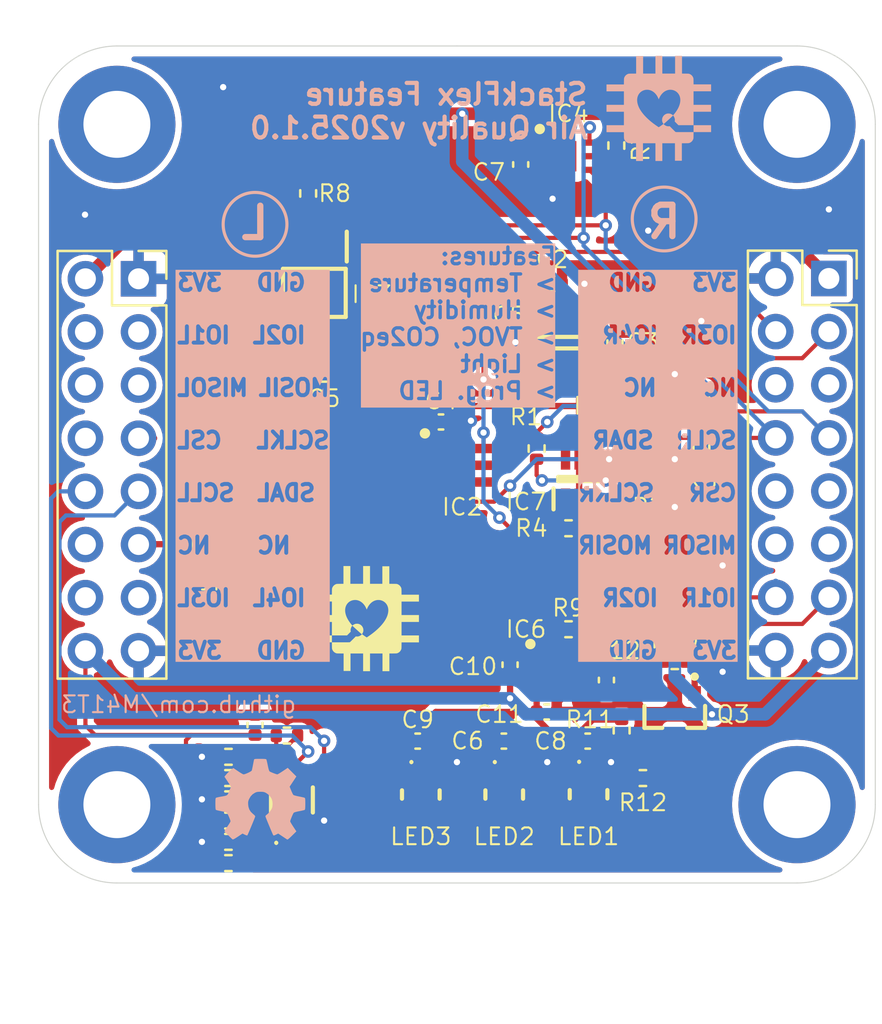
<source format=kicad_pcb>
(kicad_pcb (version 20240108) (generator "pcbnew") (generator_version "8.0")
  (title_block (title "StackFlex Feature Template") (date "2024-12-15") (rev "1") (company "M41T3"))
  (layers (0 "F.Cu" signal) (31 "B.Cu" signal) (34 "B.Paste" user) (35 "F.Paste" user) (36 "B.SilkS" user "B.Silkscreen") (37 "F.SilkS" user "F.Silkscreen") (38 "B.Mask" user) (39 "F.Mask" user) (44 "Edge.Cuts" user))
  (net 0 "")
  (net 1 "IO11")
  (net 2 "IO8_SDA0")
  (net 3 "IO5_MISO0")
  (net 4 "IO4_MOSI0")
  (net 5 "GND")
  (net 6 "IO1")
  (net 8 "IO9_SCL0")
  (net 9 "IO6_SCLK0")
  (net 10 "3V3_GPIO")
  (net 11 "IO10")
  (net 12 "IO7_CS0")
  (net 13 "IO2")
  (net 15 "IO34")
  (net 16 "IO41")
  (net 17 "IO48")
  (net 18 "IO40_SCL1")
  (net 19 "IO35_MISO1")
  (net 20 "IO38_SCLK1")
  (net 21 "IO36_MOSI1")
  (net 22 "IO37_CS1")
  (net 24 "IO39_SDA1")
  (net 25 "IO42")
  (net 26 "Net-(IC1-E0)")
  (net 27 "Net-(IC1-~{WC})")
  (net 28 "Net-(IC1-E1)")
  (net 29 "Net-(IC1-E2)")
  (net 30 "Net-(LED1-DOUT)")
  (net 31 "+1V8")
  (net 32 "Net-(LED2-DOUT)")
  (net 33 "SCL1_1-8V")
  (net 34 "SDA1_1-8V")
  (net 36 "Net-(J1-Pin_11)")
  (net 38 "+5V")
  (net 39 "Net-(IC6-CP+)")
  (net 40 "Net-(IC6-CP-)")
  (net 41 "Net-(LED1-DIN)")
  (net 42 "LED_SIG")
  (footprint "Resistor_SMD:R_0402_1005Metric" (layer "F.Cu") (at 157.988 104.648 180)
    (property "Reference" "R4")
    (property "Value" "10k")
  )
  (footprint "Capacitor_SMD:C_0402_1005Metric" (layer "F.Cu") (at 151.892 99.568)
    (property "Reference" "C4")
    (property "Value" "1uF")
  )
  (footprint "Resistor_SMD:R_0402_1005Metric" (layer "F.Cu") (at 159.002 99.944)
    (property "Reference" "R3")
    (property "Value" "10k")
  )
  (footprint "Capacitor_SMD:C_0402_1005Metric" (layer "F.Cu") (at 155.194 111.168 90)
    (property "Reference" "C10")
    (property "Value" "4.7uF")
  )
  (footprint "Capacitor_SMD:C_0402_1005Metric" (layer "F.Cu") (at 158.906 114.82)
    (property "Reference" "C8")
    (property "Value" "0.1uF")
  )
  (footprint "Connector_PinSocket_2.54mm:PinSocket_2x08_P2.54mm_Vertical" (layer "F.Cu") (at 170.434 92.71)
    (property "Reference" "J2" (hide yes))
    (property "Value" "Conn_02x08_Counter_Clockwise" (hide yes))
  )
  (footprint "MountingHole:MountingHole_3.2mm_M3_DIN965_Pad" (layer "F.Cu") (at 136.398 85.344)
    (property "Reference" "H1" (hide yes))
    (property "Value" "MountingHole" (hide yes))
  )
  (footprint "Resistor_SMD:R_0402_1005Metric" (layer "F.Cu") (at 141.732 115.57)
    (property "Reference" "JP3" (hide yes))
    (property "Value" "SolderJumper_2_Open" (hide yes))
  )
  (footprint "Capacitor_SMD:C_0402_1005Metric" (layer "F.Cu") (at 143.002 114.046 90)
    (property "Reference" "C1" (hide yes))
    (property "Value" "0.1uF" (hide yes))
  )
  (footprint "Resistor_SMD:R_0402_1005Metric" (layer "F.Cu") (at 161.544 116.586 180)
    (property "Reference" "R12")
    (property "Value" "470")
  )
  (footprint "stackflex_foots_lib:SON65P200X200X65-7N-D" (layer "F.Cu") (at 157.988 86.868)
    (property "Reference" "IC4")
    (property "Value" "OPT3001DNPR" (hide yes))
  )
  (footprint "Resistor_SMD:R_0402_1005Metric" (layer "F.Cu") (at 144.528 114.554 180)
    (property "Reference" "JP1" (hide yes))
    (property "Value" "SolderJumper_2_Open" (hide yes))
  )
  (footprint "MountingHole:MountingHole_3.2mm_M3_DIN965_Pad" (layer "F.Cu") (at 168.91 85.344)
    (property "Reference" "H2" (hide yes))
    (property "Value" "MountingHole" (hide yes))
  )
  (footprint "Resistor_SMD:R_0402_1005Metric" (layer "F.Cu") (at 156.464 100.838 -90)
    (property "Reference" "R1")
    (property "Value" "10k")
  )
  (footprint "Resistor_SMD:R_0402_1005Metric" (layer "F.Cu") (at 160.274 86.358 -90)
    (property "Reference" "R7")
    (property "Value" "10k")
  )
  (footprint "Resistor_SMD:R_0402_1005Metric" (layer "F.Cu") (at 164.338 98.552 -90)
    (property "Reference" "R6")
    (property "Value" "10k")
  )
  (footprint "Resistor_SMD:R_0402_1005Metric" (layer "F.Cu") (at 164.338 100.838 90)
    (property "Reference" "R5")
    (property "Value" "10k")
  )
  (footprint "MountingHole:MountingHole_3.2mm_M3_DIN965_Pad" (layer "F.Cu") (at 136.398 117.856)
    (property "Reference" "H3" (hide yes))
    (property "Value" "MountingHole" (hide yes))
  )
  (footprint "Resistor_SMD:R_0402_1005Metric" (layer "F.Cu") (at 141.73 120.65 180)
    (property "Reference" "JP6" (hide yes))
    (property "Value" "SolderJumper_2_Open" (hide yes))
  )
  (footprint "Resistor_SMD:R_0402_1005Metric" (layer "F.Cu") (at 141.73 119.634)
    (property "Reference" "JP7" (hide yes))
    (property "Value" "SolderJumper_2_Open" (hide yes))
  )
  (footprint "Resistor_SMD:R_0402_1005Metric" (layer "F.Cu") (at 160.528 103.632 90)
    (property "Reference" "R2")
    (property "Value" "10k")
  )
  (footprint "MountingHole:MountingHole_3.2mm_M3_DIN965_Pad" (layer "F.Cu") (at 168.91 117.856)
    (property "Reference" "H4" (hide yes))
    (property "Value" "MountingHole" (hide yes))
  )
  (footprint "stackflex_foots_lib:SON80P245X245X90-7N" (layer "F.Cu") (at 152.724 101.638)
    (property "Reference" "IC2")
    (property "Value" "SGP30-2.5k" (hide yes))
  )
  (footprint "Resistor_SMD:R_0402_1005Metric" (layer "F.Cu") (at 163.068 110.998 180)
    (property "Reference" "R10")
    (property "Value" "10k")
  )
  (footprint "TestPoint:TestPoint_Pad_D1.0mm" (layer "F.Cu") (at 151.892 105.41)
    (property "Reference" "TP2" (hide yes))
    (property "Value" "TestPoint")
  )
  (footprint "Capacitor_SMD:C_0402_1005Metric" (layer "F.Cu") (at 157.198 92.964)
    (property "Reference" "C2")
    (property "Value" "1uF")
  )
  (footprint "Capacitor_SMD:C_0402_1005Metric" (layer "F.Cu") (at 159.8 111.902 90)
    (property "Reference" "C12")
    (property "Value" "2.2uF")
  )
  (footprint "TestPoint:TestPoint_Pad_D1.0mm" (layer "F.Cu") (at 153.924 96.012)
    (property "Reference" "TP3" (hide yes))
    (property "Value" "TestPoint")
  )
  (footprint "stackflex_foots_lib:SOT65P210X110-6N" (layer "F.Cu") (at 158.496 102.296 90)
    (property "Reference" "IC7")
    (property "Value" "BSS138PS" (hide yes))
  )
  (footprint "Resistor_SMD:R_0402_1005Metric" (layer "F.Cu") (at 160.528 114.3 90)
    (property "Reference" "R11")
    (property "Value" "10k")
  )
  (footprint "Capacitor_SMD:C_0402_1005Metric" (layer "F.Cu") (at 155.702 87.262 -90)
    (property "Reference" "C7")
    (property "Value" "0.1uF")
  )
  (footprint "stackflex_foots_lib:XL0807RGBCWS2812B" (layer "F.Cu") (at 154.914 117.372 90)
    (property "Reference" "LED2")
    (property "Value" "XL-0807RGBC-WS2812B" (hide yes))
  )
  (footprint "stackflex_foots_lib:XL0807RGBCWS2812B" (layer "F.Cu") (at 150.927 117.372 90)
    (property "Reference" "LED3")
    (property "Value" "XL-0807RGBC-WS2812B" (hide yes))
  )
  (footprint "Capacitor_SMD:C_0402_1005Metric" (layer "F.Cu") (at 154.898 114.82)
    (property "Reference" "C6")
    (property "Value" "0.1uF")
  )
  (footprint "stackflex_foots_lib:SOT95P280X110-5N" (layer "F.Cu") (at 157.668 95.778 -90)
    (property "Reference" "IC5")
    (property "Value" "TLV70018DDCR" (hide yes))
  )
  (footprint "Resistor_SMD:R_0402_1005Metric" (layer "F.Cu") (at 145.542 88.646 -90)
    (property "Reference" "R8")
    (property "Value" "10k")
  )
  (footprint "Resistor_SMD:R_0402_1005Metric" (layer "F.Cu") (at 141.73 118.618 180)
    (property "Reference" "JP4" (hide yes))
    (property "Value" "SolderJumper_2_Open" (hide yes))
  )
  (footprint "stackflex_foots_lib:XL0807RGBCWS2812B" (layer "F.Cu") (at 158.946 117.36 90)
    (property "Reference" "LED1")
    (property "Value" "XL-0807RGBC-WS2812B" (hide yes))
  )
  (footprint "Resistor_SMD:R_0402_1005Metric" (layer "F.Cu") (at 141.732 116.586 180)
    (property "Reference" "JP2" (hide yes))
    (property "Value" "SolderJumper_2_Open" (hide yes))
  )
  (footprint "stackflex_foots_lib:staclflex_logo_front_5mm" (layer "F.Cu") (at 148.336 108.966)
    (property "Reference" "G***" (hide yes))
    (property "Value" "LOGO" (hide yes))
  )
  (footprint "Capacitor_SMD:C_0402_1005Metric" (layer "F.Cu") (at 160.208 95.778 90)
    (property "Reference" "C3")
    (property "Value" "1uF")
  )
  (footprint "Resistor_SMD:R_0402_1005Metric" (layer "F.Cu") (at 141.732 117.602)
    (property "Reference" "JP5" (hide yes))
    (property "Value" "SolderJumper_2_Open" (hide yes))
  )
  (footprint "Resistor_SMD:R_0402_1005Metric" (layer "F.Cu") (at 157.988 109.474 180)
    (property "Reference" "R9")
    (property "Value" "10k")
  )
  (footprint "stackflex_foots_lib:SON65P200X200X80-7N" (layer "F.Cu") (at 157.514 111.506)
    (property "Reference" "IC6")
    (property "Value" "TPS60150DRVR" (hide yes))
  )
  (footprint "Capacitor_SMD:C_0402_1005Metric" (layer "F.Cu") (at 146.304 97.282 180)
    (property "Reference" "C5")
    (property "Value" "0.1uF")
  )
  (footprint "Connector_PinSocket_2.54mm:PinSocket_2x08_P2.54mm_Vertical" (layer "F.Cu") (at 137.434 92.725)
    (property "Reference" "J1" (hide yes))
    (property "Value" "Conn_02x08_Counter_Clockwise" (hide yes))
  )
  (footprint "Capacitor_SMD:C_0402_1005Metric" (layer "F.Cu") (at 156.944 113.426)
    (property "Reference" "C11")
    (property "Value" "2.2uF")
  )
  (footprint "Capacitor_SMD:C_0402_1005Metric" (layer "F.Cu") (at 150.778 114.82)
    (property "Reference" "C9")
    (property "Value" "0.1uF")
  )
  (footprint "stackflex_foots_lib:M24C16RMC6TG" (layer "F.Cu") (at 144.766 117.632)
    (property "Reference" "IC1" (hide yes))
    (property "Value" "M24C02-RMC6TG" (hide yes))
  )
  (footprint "stackflex_foots_lib:SOP65P490X110-8N" (layer "F.Cu") (at 145.837 93.398 -90)
    (property "Reference" "IC3")
    (property "Value" "LM75BDP,118" (hide yes))
  )
  (footprint "stackflex_foots_lib:TL431CDBZR215" (layer "F.Cu") (at 163.068 113.538 180)
    (property "Reference" "Q3")
    (property "Value" "BSS138BK" (hide yes))
  )
  (footprint "Jumper:SolderJumper-2_P1.3mm_Open_TrianglePad1.0x1.5mm" (layer "F.Cu") (at 141.441 105.41 180)
    (property "Reference" "JP8")
    (property "Value" "Jumper_2_Small_Open")
  )
  (footprint "stackflex_foots_lib:staclflex_logo_front_5mm" (layer "B.Cu") (at 162.306 84.582 180)
    (property "Reference" "G***" (hide yes))
    (property "Value" "LOGO" (hide yes))
  )
  (footprint "stackflex_foots_lib:open_hw_logo_5mm_silk" (layer "B.Cu") (at 143.256 117.602 180)
    (property "Reference" "G***" (hide yes))
    (property "Value" "LOGO" (hide yes))
  )
  (gr_circle (center 162.56 89.867803) (end 161.036 89.867803) (stroke (width 0.15)) (fill none) (layer "B.SilkS"))
  (gr_circle (center 143.002 90.121803) (end 141.478 90.121803) (stroke (width 0.15)) (fill none) (layer "B.SilkS"))
  (gr_arc (start 136.398 121.6) (mid 133.750592 120.503408) (end 132.654 117.856) (stroke (width 0.05)) (layer "Edge.Cuts"))
  (gr_line (start 172.654 85.344) (end 172.654 117.856) (stroke (width 0.05)) (layer "Edge.Cuts"))
  (gr_line (start 152.654 81.6) (end 168.91 81.6) (stroke (width 0.05)) (layer "Edge.Cuts"))
  (gr_arc (start 168.91 81.6) (mid 171.557408 82.696592) (end 172.654 85.344) (stroke (width 0.05)) (layer "Edge.Cuts"))
  (gr_arc (start 132.654 85.344) (mid 133.750592 82.696592) (end 136.398 81.6) (stroke (width 0.05)) (layer "Edge.Cuts"))
  (gr_line (start 152.654 81.6) (end 136.398 81.6) (stroke (width 0.05)) (layer "Edge.Cuts"))
  (gr_arc (start 172.654 117.856) (mid 171.557408 120.503408) (end 168.91 121.6) (stroke (width 0.05)) (layer "Edge.Cuts"))
  (gr_line (start 136.398 121.6) (end 168.91 121.6) (stroke (width 0.05)) (layer "Edge.Cuts"))
  (gr_line (start 132.654 85.344) (end 132.654 117.856) (stroke (width 0.05)) (layer "Edge.Cuts"))
  (gr_text "L" (at 143.002 90.932 -0) (layer "B.SilkS") (effects (font (size 1.5 1.5) (thickness 0.3) (bold yes)) (justify bottom mirror)))
  (gr_text "Features:\n> Temperature\n> Humidity\n> TVOC, CO2eq\n> Light\n> Prog. LED" (at 157.48 98.552 0) (layer "B.SilkS" knockout) (effects (font (size 0.8 0.8) (thickness 0.16) (bold yes)) (justify left bottom mirror)))
  (gr_text "R" (at 162.56 90.883803 -0) (layer "B.SilkS") (effects (font (size 1.5 1.5) (thickness 0.3) (bold yes)) (justify bottom mirror)))
  (gr_text "StackFlex Feature\nAir Quality v2025.1.0" (at 159.004 86.106 0) (layer "B.SilkS") (effects (font (size 1 1) (thickness 0.2) (bold yes)) (justify left bottom mirror)))
  (gr_text "  GND   3V3\n\n IO2L  IO1L\n\nMOSIL MISOL\n\nSCLKL   CSL\n\n SDAL  SCLL\n\n   NC    NC\n\n IO4L  IO3L\n\n  GND   3V3" (at 139.192 110.949803 0) (layer "B.SilkS" knockout) (effects (font (size 0.78 0.75) (thickness 0.1875) (bold yes)) (justify right bottom mirror)))
  (gr_text "github.com/M41T3" (at 145.034 113.538 0) (layer "B.SilkS") (effects (font (size 0.8 0.8) (thickness 0.1)) (justify left bottom mirror)))
  (gr_text "\n3V3   GND  \n\nIO3R  IO4R \n\nNC    NC\n\nSCLR  SDAR \n\nCSR   SCLKR \n\nMISOR MOSIR \n\nIO1R  IO2R\n\n3V3   GND \n" (at 166.116 110.949803 0) (layer "B.SilkS" knockout) (effects (font (size 0.78 0.75) (thickness 0.1875) (bold yes)) (justify left bottom mirror)))
  (segment (start 146.304 114.808) (end 146.304 115.811) (width 0.2) (layer "F.Cu") (net 2))
  (segment (start 145.783 116.332) (end 145.516 116.332) (width 0.2) (layer "F.Cu") (net 2))
  (segment (start 146.304 115.811) (end 145.783 116.332) (width 0.2) (layer "F.Cu") (net 2))
  (via (at 146.304 114.808) (size 0.6) (drill 0.3) (layers "F.Cu" "B.Cu") (net 2))
  (segment (start 133.963 104.035) (end 136.284 104.035) (width 0.2) (layer "B.Cu") (net 2))
  (segment (start 136.284 104.035) (end 137.434 102.885) (width 0.2) (layer "B.Cu") (net 2))
  (segment (start 133.654 104.344) (end 133.963 104.035) (width 0.2) (layer "B.Cu") (net 2))
  (segment (start 133.654 113.792) (end 133.654 104.344) (width 0.2) (layer "B.Cu") (net 2))
  (segment (start 134.016 114.154) (end 133.654 113.792) (width 0.2) (layer "B.Cu") (net 2))
  (segment (start 145.65 114.154) (end 134.016 114.154) (width 0.2) (layer "B.Cu") (net 2))
  (segment (start 146.304 114.808) (end 145.65 114.154) (width 0.2) (layer "B.Cu") (net 2))
  (segment (start 157.678 92.964) (end 157.678 94.518) (width 0.2) (layer "F.Cu") (net 5))
  (segment (start 141.222 117.602) (end 140.462 117.602) (width 0.2) (layer "F.Cu") (net 5))
  (segment (start 140.462 115.57) (end 141.222 115.57) (width 0.2) (layer "F.Cu") (net 5))
  (segment (start 145.512 95.61) (end 144.862 95.61) (width 0.3) (layer "F.Cu") (net 5))
  (segment (start 153.266313 99.568) (end 153.324 99.510313) (width 0.2) (layer "F.Cu") (net 5))
  (segment (start 159.386 115.19) (end 160.02 115.824) (width 0.2) (layer "F.Cu") (net 5))
  (segment (start 146.304 118.618) (end 145.99 118.932) (width 0.3) (layer "F.Cu") (net 5))
  (segment (start 153.524 102.438) (end 152.724 101.638) (width 0.3) (layer "F.Cu") (net 5))
  (segment (start 145.99 118.932) (end 145.516 118.932) (width 0.3) (layer "F.Cu") (net 5))
  (segment (start 159.386 114.82) (end 159.386 115.19) (width 0.2) (layer "F.Cu") (net 5))
  (segment (start 155.926 87.518) (end 155.702 87.742) (width 0.2) (layer "F.Cu") (net 5))
  (segment (start 153.924 102.438) (end 153.524 102.438) (width 0.3) (layer "F.Cu") (net 5))
  (segment (start 152.372 99.568) (end 153.266313 99.568) (width 0.2) (layer "F.Cu") (net 5))
  (segment (start 156.988 87.518) (end 155.926 87.518) (width 0.2) (layer "F.Cu") (net 5))
  (segment (start 157.678 94.518) (end 157.668 94.528) (width 0.2) (layer "F.Cu") (net 5))
  (segment (start 141.22 119.634) (end 140.462 119.634) (width 0.2) (layer "F.Cu") (net 5))
  (segment (start 151.524 101.638) (end 152.724 101.638) (width 0.3) (layer "F.Cu") (net 5))
  (via (at 146.304 118.618) (size 0.6) (drill 0.3) (layers "F.Cu" "B.Cu") (net 5))
  (via (at 140.462 115.57) (size 0.6) (drill 0.3) (layers "F.Cu" "B.Cu") (net 5))
  (via (at 164.338 94.742) (size 0.6) (drill 0.3) (layers "F.Cu" "B.Cu") (net 5))
  (via (at 160.02 115.824) (size 0.6) (drill 0.3) (layers "F.Cu" "B.Cu") (net 5))
  (via (at 134.874 89.662) (size 0.6) (drill 0.3) (layers "F.Cu" "B.Cu") (net 5))
  (via (at 157.226 88.9) (size 0.6) (drill 0.3) (layers "F.Cu" "B.Cu") (net 5))
  (via (at 140.462 119.634) (size 0.6) (drill 0.3) (layers "F.Cu" "B.Cu") (net 5))
  (via (at 152.654 115.824) (size 0.6) (drill 0.3) (layers "F.Cu" "B.Cu") (net 5))
  (via (at 155.448 95.758) (size 0.6) (drill 0.3) (layers "F.Cu" "B.Cu") (net 5))
  (via (at 141.478 83.566) (size 0.6) (drill 0.3) (layers "F.Cu" "B.Cu") (net 5))
  (via (at 161.798 90.424) (size 0.6) (drill 0.3) (layers "F.Cu" "B.Cu") (net 5))
  (via (at 165.354 106.426) (size 0.6) (drill 0.3) (layers "F.Cu" "B.Cu") (net 5))
  (via (at 140.462 117.602) (size 0.6) (drill 0.3) (layers "F.Cu" "B.Cu") (net 5))
  (via (at 156.972 115.824) (size 0.6) (drill 0.3) (layers "F.Cu" "B.Cu") (net 5))
  (via (at 165.354 111.506) (size 0.6) (drill 0.3) (layers "F.Cu" "B.Cu") (net 5))
  (via (at 170.434 89.408) (size 0.6) (drill 0.3) (layers "F.Cu" "B.Cu") (net 5))
  (via (at 153.324 99.510313) (size 0.6) (drill 0.3) (layers "F.Cu" "B.Cu") (net 5))
  (segment (start 145.016 116.332) (end 145.016 115.842) (width 0.2) (layer "F.Cu") (net 8))
  (segment (start 145.034 116.314) (end 145.016 116.332) (width 0.2) (layer "F.Cu") (net 8))
  (segment (start 145.016 115.842) (end 145.542 115.316) (width 0.2) (layer "F.Cu") (net 8))
  (via (at 145.542 115.316) (size 0.6) (drill 0.3) (layers "F.Cu" "B.Cu") (net 8))
  (segment (start 133.589 102.885) (end 134.894 102.885) (width 0.2) (layer "B.Cu") (net 8))
  (segment (start 133.254 103.22) (end 133.589 102.885) (width 0.2) (layer "B.Cu") (net 8))
  (segment (start 145.542 115.316) (end 144.78 114.554) (width 0.2) (layer "B.Cu") (net 8))
  (segment (start 133.254 114.204) (end 133.254 103.22) (width 0.2) (layer "B.Cu") (net 8))
  (segment (start 144.78 114.554) (end 133.604 114.554) (width 0.2) (layer "B.Cu") (net 8))
  (segment (start 133.604 114.554) (end 133.254 114.204) (width 0.2) (layer "B.Cu") (net 8))
  (segment (start 138.176818 100.345) (end 137.434 100.345) (width 0.3) (layer "F.Cu") (net 9))
  (segment (start 158.618 95.203) (end 158.063 95.758) (width 0.3) (layer "F.Cu") (net 10))
  (segment (start 135.354 114.526) (end 134.894 114.066) (width 0.2) (layer "F.Cu") (net 10))
  (segment (start 145.542 88.136) (end 145.542 85.598) (width 0.2) (layer "F.Cu") (net 10))
  (segment (start 164.338 101.348) (end 163.07 101.348) (width 0.2) (layer "F.Cu") (net 10))
  (segment (start 141.22 118.618) (end 140.462 118.618) (width 0.2) (layer "F.Cu") (net 10))
  (segment (start 155.194 111.648) (end 155.194 112.776) (width 0.3) (layer "F.Cu") (net 10))
  (segment (start 140.462 118.618) (end 139.7 119.38) (width 0.2) (layer "F.Cu") (net 10))
  (segment (start 158.618 94.528) (end 158.618 93.096) (width 0.3) (layer "F.Cu") (net 10))
  (segment (start 142.783 84.836) (end 146.304 84.836) (width 0.6) (layer "F.Cu") (net 10))
  (segment (start 155.56 111.648) (end 155.702 111.506) (width 0.3) (layer "F.Cu") (net 10))
  (segment (start 144.016 116.332) (end 144.016 114.556) (width 0.2) (layer "F.Cu") (net 10))
  (segment (start 156.718 92.964) (end 156.718 94.528) (width 0.2) (layer "F.Cu") (net 10))
  (segment (start 158.618 94.528) (end 158.618 95.203) (width 0.3) (layer "F.Cu") (net 10))
  (segment (start 144.016 114.556) (end 144.018 114.554) (width 0.2) (layer "F.Cu") (net 10))
  (segment (start 146.162 94.854) (end 146.162 95.61) (width 0.2) (layer "F.Cu") (net 10))
  (segment (start 139.7 117.348) (end 139.7 117.856) (width 0.2) (layer "F.Cu") (net 10))
  (segment (start 152.908 84.836) (end 157.734 84.836) (width 0.6) (layer "F.Cu") (net 10))
  (segment (start 139.7 119.888) (end 140.462 120.65) (width 0.2) (layer "F.Cu") (net 10))
  (segment (start 157.48 85.09) (end 156.988 85.582) (width 0.3) (layer "F.Cu") (net 10))
  (segment (start 163.07 101.348) (end 163.068 101.346) (width 0.2) (layer "F.Cu") (net 10))
  (segment (start 155.702 111.506) (end 156.464 111.506) (width 0.3) (layer "F.Cu") (net 10))
  (segment (start 156.464 100.328) (end 156.464 100.076) (width 0.2) (layer "F.Cu") (net 10))
  (segment (start 158.063 95.758) (end 157.226 95.758) (width 0.3) (layer "F.Cu") (net 10))
  (segment (start 157.226 95.758) (end 156.718 95.25) (width 0.3) (layer "F.Cu") (net 10))
  (segment (start 156.718 95.25) (end 156.718 94.528) (width 0.3) (layer "F.Cu") (net 10))
  (segment (start 145.542 88.136) (end 144.528 88.136) (width 0.2) (layer "F.Cu") (net 10))
  (segment (start 160.782 84.836) (end 157.734 84.836) (width 0.6) (layer "F.Cu") (net 10))
  (segment (start 156.988 86.868) (end 156.988 86.218) (width 0.2) (layer "F.Cu") (net 10))
  (segment (start 164.338 98.042) (end 163.828 98.042) (width 0.2) (layer "F.Cu") (net 10))
  (segment (start 164.018 112.71) (end 164.846 113.538) (width 0.3) (layer "F.Cu") (net 10))
  (segment (start 139.7 115.824) (end 140.462 116.586) (width 0.2) (layer "F.Cu") (net 10))
  (segment (start 160.528 104.142) (end 162.558 104.142) (width 0.2) (layer "F.Cu") (net 10))
  (segment (start 155.788 86.868) (end 155.702 86.782) (width 0.2) (layer "F.Cu") (net 10))
  (segment (start 144.018 114.554) (end 143.284 114.554) (width 0.2) (layer "F.Cu") (net 10))
  (segment (start 144.528 88.136) (end 144.018 88.646) (width 0.2) (layer "F.Cu") (net 10))
  (segment (start 134.894 114.066) (end 134.894 110.505) (width 0.2) (layer "F.Cu") (net 10))
  (segment (start 146.784 95.638) (end 146.812 95.61) (width 0.2) (layer "F.Cu") (net 10))
  (segment (start 140.462 120.65) (end 141.22 120.65) (width 0.2) (layer "F.Cu") (net 10))
  (segment (start 141.222 116.586) (end 140.462 116.586) (width 0.2) (layer "F.Cu") (net 10))
  (segment (start 145.542 85.598) (end 146.304 84.836) (width 0.2) (layer "F.Cu") (net 10))
  (segment (start 156.464 100.076) (end 156.972 99.568) (width 0.2) (layer "F.Cu") (net 10))
  (segment (start 157.734 84.836) (end 157.48 85.09) (width 0.3) (layer "F.Cu") (net 10))
  (segment (start 144.018 88.646) (end 144.018 92.71) (width 0.2) (layer "F.Cu") (net 10))
  (segment (start 160.274 85.344) (end 160.274 85.848) (width 0.3) (layer "F.Cu") (net 10))
  (segment (start 160.782 84.836) (end 160.274 85.344) (width 0.3) (layer "F.Cu") (net 10))
  (segment (start 146.304 84.836) (end 147.32 84.836) (width 0.6) (layer "F.Cu") (net 10))
  (segment (start 146.812 95.61) (end 146.162 95.61) (width 0.2) (layer "F.Cu") (net 10))
  (segment (start 140.462 116.586) (end 139.7 117.348) (width 0.2) (layer "F.Cu") (net 10))
  (segment (start 156.988 85.582) (end 156.988 86.218) (width 0.3) (layer "F.Cu") (net 10))
  (segment (start 139.7 117.856) (end 140.462 118.618) (width 0.2) (layer "F.Cu") (net 10))
  (segment (start 143.284 114.554) (end 143.256 114.526) (width 0.2) (layer "F.Cu") (net 10))
  (segment (start 146.784 97.282) (end 146.784 95.638) (width 0.2) (layer "F.Cu") (net 10))
  (segment (start 139.954 114.526) (end 139.7 114.78) (width 0.2) (layer "F.Cu") (net 10))
  (segment (start 139.7 114.78) (end 139.7 115.824) (width 0.2) (layer "F.Cu") (net 10))
  (segment (start 134.894 92.725) (end 142.783 84.836) (width 0.6) (layer "F.Cu") (net 10))
  (segment (start 163.828 98.042) (end 163.068 97.282) (width 0.2) (layer "F.Cu") (net 10))
  (segment (start 160.782 84.836) (end 162.56 84.836) (width 0.6) (layer "F.Cu") (net 10))
  (segment (start 143.256 114.526) (end 135.354 114.526) (width 0.2) (layer "F.Cu") (net 10))
  (segment (start 155.194 111.648) (end 155.56 111.648) (width 0.3) (layer "F.Cu") (net 10))
  (segment (start 164.018 111.438) (end 163.578 110.998) (width 0.3) (layer "F.Cu") (net 10))
  (segment (start 156.988 86.868) (end 155.788 86.868) (width 0.2) (layer "F.Cu") (net 10))
  (segment (start 144.018 92.71) (end 146.162 94.854) (width 0.2) (layer "F.Cu") (net 10))
  (segment (start 152.908 84.836) (end 147.32 84.836) (width 0.6) (layer "F.Cu") (net 10))
  (segment (start 162.56 84.836) (end 170.434 92.71) (width 0.6) (layer "F.Cu") (net 10))
  (segment (start 164.018 112.538) (end 164.018 111.438) (width 0.3) (layer "F.Cu") (net 10))
  (segment (start 162.558 104.142) (end 163.068 103.632) (width 0.2) (layer "F.Cu") (net 10))
  (segment (start 164.018 112.538) (end 164.018 112.71) (width 0.3) (layer "F.Cu") (net 10))
  (segment (start 139.7 119.38) (end 139.7 119.888) (width 0.2) (layer "F.Cu") (net 10))
  (segment (start 158.618 93.096) (end 158.75 92.964) (width 0.3) (layer "F.Cu") (net 10))
  (via (at 164.846 113.538) (size 0.6) (drill 0.3) (layers "F.Cu" "B.Cu") (net 10))
  (via (at 158.75 92.964) (size 0.6) (drill 0.3) (layers "F.Cu" "B.Cu") (net 10))
  (via (at 163.068 97.282) (size 0.6) (drill 0.3) (layers "F.Cu" "B.Cu") (net 10))
  (via (at 152.908 84.836) (size 0.6) (drill 0.3) (layers "F.Cu" "B.Cu") (net 10))
  (via (at 163.068 101.346) (size 0.6) (drill 0.3) (layers "F.Cu" "B.Cu") (net 10))
  (via (at 155.194 112.776) (size 0.6) (drill 0.3) (layers "F.Cu" "B.Cu") (net 10))
  (via (at 163.068 103.632) (size 0.6) (drill 0.3) (layers "F.Cu" "B.Cu") (net 10))
  (via (at 156.972 99.568) (size 0.6) (drill 0.3) (layers "F.Cu" "B.Cu") (net 10))
  (segment (start 170.434 110.49) (end 167.386 113.538) (width 0.6) (layer "B.Cu") (net 10))
  (segment (start 164.846 113.538) (end 163.068 111.76) (width 0.6) (layer "B.Cu") (net 10))
  (segment (start 137.165 112.776) (end 134.894 110.505) (width 0.6) (layer "B.Cu") (net 10))
  (segment (start 155.956 113.538) (end 155.194 112.776) (width 0.6) (layer "B.Cu") (net 10))
  (segment (start 157.734 98.806) (end 163.068 98.806) (width 0.2) (layer "B.Cu") (net 10))
  (segment (start 163.068 97.282) (end 158.75 92.964) (width 0.6) (layer "B.Cu") (net 10))
  (segment (start 163.068 111.76) (end 163.068 103.632) (width 0.6) (layer "B.Cu") (net 10))
  (segment (start 166.116 113.538) (end 164.846 113.538) (width 0.6) (layer "B.Cu") (net 10))
  (segment (start 156.972 99.568) (end 157.734 98.806) (width 0.2) (layer "B.Cu") (net 10))
  (segment (start 155.194 112.776) (end 137.165 112.776) (width 0.6) (layer "B.Cu") (net 10))
  (segment (start 163.068 101.346) (end 163.068 98.806) (width 0.6) (layer "B.Cu") (net 10))
  (segment (start 164.846 113.538) (end 155.956 113.538) (width 0.6) (layer "B.Cu") (net 10))
  (segment (start 152.908 87.122) (end 158.75 92.964) (width 0.6) (layer "B.Cu") (net 10))
  (segment (start 152.908 84.836) (end 152.908 87.122) (width 0.6) (layer "B.Cu") (net 10))
  (segment (start 163.068 103.632) (end 163.068 101.346) (width 0.6) (layer "B.Cu") (net 10))
  (segment (start 163.068 98.806) (end 163.068 97.282) (width 0.6) (layer "B.Cu") (net 10))
  (segment (start 167.386 113.538) (end 166.116 113.538) (width 0.6) (layer "B.Cu") (net 10))
  (segment (start 164.016001 109.22) (end 169.164 109.22) (width 0.2) (layer "F.Cu") (net 15))
  (segment (start 162.118 112.538) (end 162.118 111.438) (width 0.2) (layer "F.Cu") (net 15))
  (segment (start 162.558 110.678001) (end 164.016001 109.22) (width 0.2) (layer "F.Cu") (net 15))
  (segment (start 162.558 110.998) (end 162.558 110.678001) (width 0.2) (layer "F.Cu") (net 15))
  (segment (start 162.118 111.438) (end 162.558 110.998) (width 0.2) (layer "F.Cu") (net 15))
  (segment (start 169.164 109.22) (end 170.434 107.95) (width 0.2) (layer "F.Cu") (net 15))
  (segment (start 145.512 89.186) (end 145.542 89.156) (width 0.2) (layer "F.Cu") (net 16))
  (segment (start 169.164 96.52) (end 170.434 95.25) (width 0.2) (layer "F.Cu") (net 16))
  (segment (start 145.512 91.186) (end 145.512 92.172) (width 0.2) (layer "F.Cu") (net 16))
  (segment (start 145.512 91.186) (end 145.512 89.186) (width 0.2) (layer "F.Cu") (net 16))
  (segment (start 147.828 92.456) (end 148.844 91.44) (width 0.2) (layer "F.Cu") (net 16))
  (segment (start 162.052 91.44) (end 167.132 96.52) (width 0.2) (layer "F.Cu") (net 16))
  (segment (start 167.132 96.52) (end 169.164 96.52) (width 0.2) (layer "F.Cu") (net 16))
  (segment (start 148.844 91.44) (end 162.052 91.44) (width 0.2) (layer "F.Cu") (net 16))
  (segment (start 145.512 92.172) (end 145.796 92.456) (width 0.2) (layer "F.Cu") (net 16))
  (segment (start 145.796 92.456) (end 147.828 92.456) (width 0.2) (layer "F.Cu") (net 16))
  (segment (start 161.7 110.842) (end 164.592 107.95) (width 0.2) (layer "F.Cu") (net 17))
  (segment (start 158.564 110.856) (end 158.578 110.842) (width 0.2) (layer "F.Cu") (net 17))
  (segment (start 158.564 109.54) (end 158.498 109.474) (width 0.2) (layer "F.Cu") (net 17))
  (segment (start 158.564 110.856) (end 158.564 109.54) (width 0.2) (layer "F.Cu") (net 17))
  (segment (start 158.578 110.842) (end 159.512 110.842) (width 0.2) (layer "F.Cu") (net 17))
  (segment (start 164.592 107.95) (end 167.894 107.95) (width 0.2) (layer "F.Cu") (net 17))
  (segment (start 159.512 110.842) (end 161.7 110.842) (width 0.2) (layer "F.Cu") (net 17))
  (segment (start 167.894 107.205834) (end 167.894 107.95) (width 0.3) (layer "B.Cu") (net 17))
  (segment (start 164.338 99.062) (end 163.066 99.062) (width 0.2) (layer "F.Cu") (net 18))
  (segment (start 163.066 99.062) (end 161.29 100.838) (width 0.2) (layer "F.Cu") (net 18))
  (segment (start 161.284529 100.838) (end 159.766 102.356529) (width 0.2) (layer "F.Cu") (net 18))
  (segment (start 159.766 90.17) (end 159.766 88.296) (width 0.2) (layer "F.Cu") (net 18))
  (segment (start 146.162 90.312) (end 146.304 90.17) (width 0.2) (layer "F.Cu") (net 18))
  (segment (start 170.434 100.33) (end 169.164 99.06) (width 0.2) (layer "F.Cu") (net 18))
  (segment (start 159.766 88.296) (end 158.988 87.518) (width 0.2) (layer "F.Cu") (net 18))
  (segment (start 146.162 91.186) (end 146.162 90.312) (width 0.2) (layer "F.Cu") (net 18))
  (segment (start 169.162 99.062) (end 169.164 99.06) (width 0.2) (layer "F.Cu") (net 18))
  (segment (start 159.766 102.356529) (end 159.766 102.362) (width 0.2) (layer "F.Cu") (net 18))
  (segment (start 156.464 102.108) (end 156.718 102.362) (width 0.2) (layer "F.Cu") (net 18))
  (segment (start 146.304 90.17) (end 159.766 90.17) (width 0.2) (layer "F.Cu") (net 18))
  (segment (start 156.466 101.346) (end 156.464 101.348) (width 0.2) (layer "F.Cu") (net 18))
  (segment (start 161.29 100.838) (end 161.284529 100.838) (width 0.2) (layer "F.Cu") (net 18))
  (segment (start 156.464 101.348) (end 156.464 102.108) (width 0.2) (layer "F.Cu") (net 18))
  (segment (start 164.338 99.062) (end 169.162 99.062) (width 0.2) (layer "F.Cu") (net 18))
  (segment (start 157.846 101.346) (end 156.466 101.346) (width 0.2) (layer "F.Cu") (net 18))
  (via (at 159.766 102.362) (size 0.6) (drill 0.3) (layers "F.Cu" "B.Cu") (net 18))
  (via (at 159.766 90.17) (size 0.6) (drill 0.3) (layers "F.Cu" "B.Cu") (net 18))
  (via (at 156.718 102.362) (size 0.6) (drill 0.3) (layers "F.Cu" "B.Cu") (net 18))
  (segment (start 159.766 102.362) (end 156.718 102.362) (width 0.2) (layer "B.Cu") (net 18))
  (segment (start 159.766 91.288346) (end 167.537654 99.06) (width 0.2) (layer "B.Cu") (net 18))
  (segment (start 159.766 90.17) (end 159.766 91.288346) (width 0.2) (layer "B.Cu") (net 18))
  (segment (start 169.164 99.06) (end 170.434 100.33) (width 0.2) (layer "B.Cu") (net 18))
  (segment (start 167.537654 99.06) (end 169.164 99.06) (width 0.2) (layer "B.Cu") (net 18))
  (segment (start 164.338 100.328) (end 162.562 100.328) (width 0.2) (layer "F.Cu") (net 24))
  (segment (start 160.528 102.362) (end 160.528 103.122) (width 0.2) (layer "F.Cu") (net 24))
  (segment (start 147.99 90.77) (end 147.574 91.186) (width 0.2) (layer "F.Cu") (net 24))
  (segment (start 165.354 100.328) (end 165.356 100.33) (width 0.2) (layer "F.Cu") (net 24))
  (segment (start 158.988 85.502) (end 159.004 85.486) (width 0.2) (layer "F.Cu") (net 24))
  (segment (start 158.988 86.218) (end 158.988 85.502) (width 0.2) (layer "F.Cu") (net 24))
  (segment (start 147.574 91.186) (end 146.812 91.186) (width 0.2) (layer "F.Cu") (net 24))
  (segment (start 164.338 100.328) (end 165.354 100.328) (width 0.2) (layer "F.Cu") (net 24))
  (segment (start 158.708429 90.77) (end 147.99 90.77) (width 0.2) (layer "F.Cu") (net 24))
  (segment (start 162.562 100.328) (end 160.528 102.362) (width 0.2) (layer "F.Cu") (net 24))
  (segment (start 160.528 103.122) (end 159.27 103.122) (width 0.2) (layer "F.Cu") (net 24))
  (segment (start 159.27 103.122) (end 159.146 103.246) (width 0.2) (layer "F.Cu") (net 24))
  (segment (start 167.894 100.33) (end 165.356 100.33) (width 0.2) (layer "F.Cu") (net 24))
  (via (at 159.004 85.486) (size 0.6) (drill 0.3) (layers "F.Cu" "B.Cu") (net 24))
  (via (at 158.708429 90.77) (size 0.6) (drill 0.3) (layers "F.Cu" "B.Cu") (net 24))
  (segment (start 158.708429 90.77) (end 158.708429 91.144429) (width 0.2) (layer "B.Cu") (net 24))
  (segment (start 158.708429 91.144429) (end 167.894 100.33) (width 0.2) (layer "B.Cu") (net 24))
  (segment (start 158.708429 90.77) (end 158.708429 85.781571) (width 0.2) (layer "B.Cu") (net 24))
  (segment (start 158.708429 85.781571) (end 159.004 85.486) (width 0.2) (layer "B.Cu") (net 24))
  (segment (start 160.274 87.63) (end 167.894 95.25) (width 0.2) (layer "F.Cu") (net 25))
  (segment (start 158.988 86.868) (end 160.274 86.868) (width 0.2) (layer "F.Cu") (net 25))
  (segment (start 160.274 86.868) (end 160.274 87.63) (width 0.2) (layer "F.Cu") (net 25))
  (segment (start 167.782 95.138) (end 167.894 95.25) (width 0.3) (layer "F.Cu") (net 25))
  (segment (start 143.51 117.348) (end 143.51 118.426) (width 0.2) (layer "F.Cu") (net 26))
  (segment (start 142.748 116.586) (end 143.51 117.348) (width 0.2) (layer "F.Cu") (net 26))
  (segment (start 142.242 116.586) (end 142.748 116.586) (width 0.2) (layer "F.Cu") (net 26))
  (segment (start 142.242 115.57) (end 142.242 116.586) (width 0.2) (layer "F.Cu") (net 26))
  (segment (start 143.51 118.426) (end 144.016 118.932) (width 0.2) (layer "F.Cu") (net 26))
  (segment (start 144.516 115.076) (end 145.038 114.554) (width 0.2) (layer "F.Cu") (net 27))
  (segment (start 144.516 116.332) (end 144.516 115.076) (width 0.2) (layer "F.Cu") (net 27))
  (segment (start 142.242 118.616) (end 142.24 118.618) (width 0.2) (layer "F.Cu") (net 28))
  (segment (start 143.764 119.634) (end 144.272 119.634) (width 0.2) (layer "F.Cu") (net 28))
  (segment (start 142.24 118.618) (end 142.748 118.618) (width 0.2) (layer "F.Cu") (net 28))
  (segment (start 144.516 119.39) (end 144.516 118.932) (width 0.2) (layer "F.Cu") (net 28))
  (segment (start 142.242 117.602) (end 142.242 118.616) (width 0.2) (layer "F.Cu") (net 28))
  (segment (start 142.748 118.618) (end 143.764 119.634) (width 0.2) (layer "F.Cu") (net 28))
  (segment (start 144.272 119.634) (end 144.516 119.39) (width 0.2) (layer "F.Cu") (net 28))
  (segment (start 142.24 119.634) (end 142.748 119.634) (width 0.2) (layer "F.Cu") (net 29))
  (segment (start 142.24 120.65) (end 142.24 119.634) (width 0.2) (layer "F.Cu") (net 29))
  (segment (start 143.148 120.034) (end 144.437686 120.034) (width 0.2) (layer "F.Cu") (net 29))
  (segment (start 144.437686 120.034) (end 145.016 119.455686) (width 0.2) (layer "F.Cu") (net 29))
  (segment (start 142.748 119.634) (end 143.148 120.034) (width 0.2) (layer "F.Cu") (net 29))
  (segment (start 145.016 119.455686) (end 145.016 118.932) (width 0.2) (layer "F.Cu") (net 29))
  (segment (start 158.496 118.11) (end 158.242 118.11) (width 0.2) (layer "F.Cu") (net 30))
  (segment (start 158.242 118.11) (end 156.754 116.622) (width 0.2) (layer "F.Cu") (net 30))
  (segment (start 156.754 116.622) (end 155.364 116.622) (width 0.2) (layer "F.Cu") (net 30))
  (segment (start 158.498 103.248) (end 158.496 103.246) (width 0.3) (layer "F.Cu") (net 31))
  (segment (start 158.492 97.154) (end 158.618 97.028) (width 0.3) (layer "F.Cu") (net 31))
  (segment (start 151.412 99.568) (end 151.412 100.726) (width 0.3) (layer "F.Cu") (net 31))
  (segment (start 154.94 98.806) (end 158.492 98.806) (width 0.3) (layer "F.Cu") (net 31))
  (segment (start 154.94 98.806) (end 154.94 101.322) (width 0.3) (layer "F.Cu") (net 31))
  (segment (start 151.524 100.838) (end 148.59 100.838) (width 0.3) (layer "F.Cu") (net 31))
  (segment (start 151.412 99.568) (end 151.412 99.258001) (width 0.3) (layer "F.Cu") (net 31))
  (segment (start 159.766 97.028) (end 158.618 97.028) (width 0.3) (layer "F.Cu") (net 31))
  (segment (start 158.492 98.806) (end 158.492 97.154) (width 0.3) (layer "F.Cu") (net 31))
  (segment (start 154.624 101.638) (end 153.924 101.638) (width 0.3) (layer "F.Cu") (net 31))
  (segment (start 151.864001 98.806) (end 154.94 98.806) (width 0.3) (layer "F.Cu") (net 31))
  (segment (start 160.208 96.258) (end 160.208 96.586) (width 0.3) (layer "F.Cu") (net 31))
  (segment (start 144.018 105.41) (end 142.166 105.41) (width 0.3) (layer "F.Cu") (net 31))
  (segment (start 151.412 99.258001) (end 151.864001 98.806) (width 0.3) (layer "F.Cu") (net 31))
  (segment (start 158.498 104.648) (end 158.498 103.248) (width 0.3) (layer "F.Cu") (net 31))
  (segment (start 158.496 103.246) (end 158.496 101.346) (width 0.3) (layer "F.Cu") (net 31))
  (segment (start 160.208 96.586) (end 159.766 97.028) (width 0.3) (layer "F.Cu") (net 31))
  (segment (start 151.412 100.726) (end 151.524 100.838) (width 0.3) (layer "F.Cu") (net 31))
  (segment (start 158.492 99.944) (end 158.492 98.806) (width 0.3) (layer "F.Cu") (net 31))
  (segment (start 158.492 99.944) (end 158.492 101.342) (width 0.3) (layer "F.Cu") (net 31))
  (segment (start 158.492 101.342) (end 158.496 101.346) (width 0.3) (layer "F.Cu") (net 31))
  (segment (start 154.94 101.322) (end 154.624 101.638) (width 0.3) (layer "F.Cu") (net 31))
  (segment (start 148.59 100.838) (end 144.018 105.41) (width 0.3) (layer "F.Cu") (net 31))
  (segment (start 154.464 118.122) (end 152.877 118.122) (width 0.2) (layer "F.Cu") (net 32))
  (segment (start 152.877 118.122) (end 151.377 116.622) (width 0.2) (layer "F.Cu") (net 32))
  (segment (start 157.846 104.28) (end 157.478 104.648) (width 0.2) (layer "F.Cu") (net 33))
  (segment (start 157.846 103.246) (end 157.846 104.28) (width 0.2) (layer "F.Cu") (net 33))
  (segment (start 157.478 104.648) (end 155.194 104.648) (width 0.2) (layer "F.Cu") (net 33))
  (segment (start 155.194 104.648) (end 154.686 104.14) (width 0.2) (layer "F.Cu") (net 33))
  (segment (start 153.924 100.076) (end 153.924 100.838) (width 0.2) (layer "F.Cu") (net 33))
  (segment (start 153.924 97.536) (end 153.924 96.012) (width 0.2) (layer "F.Cu") (net 33))
  (via (at 153.924 97.536) (size 0.6) (drill 0.3) (layers "F.Cu" "B.Cu") (net 33))
  (via (at 153.924 100.076) (size 0.6) (drill 0.3) (layers "F.Cu" "B.Cu") (net 33))
  (via (at 154.686 104.14) (size 0.6) (drill 0.3) (layers "F.Cu" "B.Cu") (net 33))
  (segment (start 154.686 104.14) (end 153.924 103.378) (width 0.2) (layer "B.Cu") (net 33))
  (segment (start 153.924 100.076) (end 153.924 97.536) (width 0.2) (layer "B.Cu") (net 33))
  (segment (start 153.924 103.378) (end 153.924 100.076) (width 0.2) (layer "B.Cu") (net 33))
  (segment (start 159.146 101.346) (end 159.928 101.346) (width 0.2) (layer "F.Cu") (net 34))
  (segment (start 154.432 103.378) (end 155.194 102.616) (width 0.2) (layer "F.Cu") (net 34))
  (segment (start 151.524 102.438) (end 151.524 103.01) (width 0.2) (layer "F.Cu") (net 34))
  (segment (start 151.892 103.378) (end 154.432 103.378) (width 0.2) (layer "F.Cu") (net 34))
  (segment (start 151.892 103.378) (end 151.892 105.41) (width 0.2) (layer "F.Cu") (net 34))
  (segment (start 159.146 101.346) (end 159.146 100.31) (width 0.2) (layer "F.Cu") (net 34))
  (segment (start 151.524 103.01) (end 151.892 103.378) (width 0.2) (layer "F.Cu") (net 34))
  (segment (start 159.146 100.31) (end 159.512 99.944) (width 0.2) (layer "F.Cu") (net 34))
  (via (at 159.928 101.346) (size 0.6) (drill 0.3) (layers "F.Cu" "B.Cu") (net 34))
  (via (at 155.194 102.616) (size 0.6) (drill 0.3) (layers "F.Cu" "B.Cu") (net 34))
  (segment (start 155.194 102.616) (end 156.464 101.346) (width 0.2) (layer "B.Cu") (net 34))
  (segment (start 156.464 101.346) (end 159.928 101.346) (width 0.2) (layer "B.Cu") (net 34))
  (segment (start 140.716 105.41) (end 137.449 105.41) (width 0.3) (layer "F.Cu") (net 36))
  (segment (start 137.449 105.41) (end 137.434 105.425) (width 0.3) (layer "F.Cu") (net 36))
  (segment (start 151.645154 113.426) (end 155.502001 113.426) (width 0.3) (layer "F.Cu") (net 38))
  (segment (start 158.426 114.510001) (end 158.426 114.82) (width 0.3) (layer "F.Cu") (net 38))
  (segment (start 158.496 114.89) (end 158.426 114.82) (width 0.3) (layer "F.Cu") (net 38))
  (segment (start 154.464 114.866) (end 154.418 114.82) (width 0.3) (layer "F.Cu") (net 38))
  (segment (start 150.477 115.679) (end 150.298 115.5) (width 0.3) (layer "F.Cu") (net 38))
  (segment (start 158.426 114.82) (end 157.548001 114.82) (width 0.3) (layer "F.Cu") (net 38))
  (segment (start 154.418 114.510001) (end 155.502001 113.426) (width 0.3) (layer "F.Cu") (net 38))
  (segment (start 150.298 114.82) (end 150.298 114.773154) (width 0.3) (layer "F.Cu") (net 38))
  (segment (start 157.548001 114.82) (end 156.464 113.735999) (width 0.3) (layer "F.Cu") (net 38))
  (segment (start 160.528 113.79) (end 159.146001 113.79) (width 0.3) (layer "F.Cu") (net 38))
  (segment (start 150.477 116.622) (end 150.477 115.679) (width 0.3) (layer "F.Cu") (net 38))
  (segment (start 154.464 116.622) (end 154.464 114.866) (width 0.3) (layer "F.Cu") (net 38))
  (segment (start 155.502001 113.426) (end 156.464 113.426) (width 0.3) (layer "F.Cu") (net 38))
  (segment (start 159.146001 113.79) (end 158.426 114.510001) (width 0.3) (layer "F.Cu") (net 38))
  (segment (start 156.464 113.735999) (end 156.464 113.426) (width 0.3) (layer "F.Cu") (net 38))
  (segment (start 150.298 114.773154) (end 151.645154 113.426) (width 0.3) (layer "F.Cu") (net 38))
  (segment (start 156.464 112.156) (end 156.464 113.426) (width 0.3) (layer "F.Cu") (net 38))
  (segment (start 150.298 115.5) (end 150.298 114.82) (width 0.3) (layer "F.Cu") (net 38))
  (segment (start 158.496 116.61) (end 158.496 114.89) (width 0.3) (layer "F.Cu") (net 38))
  (segment (start 154.418 114.82) (end 154.418 114.510001) (width 0.3) (layer "F.Cu") (net 38))
  (segment (start 159.146 112.156) (end 158.564 112.156) (width 0.2) (layer "F.Cu") (net 39))
  (segment (start 159.372 112.382) (end 159.146 112.156) (width 0.2) (layer "F.Cu") (net 39))
  (segment (start 159.8 112.382) (end 159.372 112.382) (width 0.2) (layer "F.Cu") (net 39))
  (segment (start 158.564 111.506) (end 159.716 111.506) (width 0.2) (layer "F.Cu") (net 40))
  (segment (start 159.716 111.506) (end 159.8 111.422) (width 0.2) (layer "F.Cu") (net 40))
  (segment (start 159.42 116.586) (end 159.396 116.61) (width 0.2) (layer "F.Cu") (net 41))
  (segment (start 161.034 116.586) (end 159.42 116.586) (width 0.2) (layer "F.Cu") (net 41))
  (segment (start 160.528 114.81) (end 161.288 114.81) (width 0.2) (layer "F.Cu") (net 42))
  (segment (start 163.068 115.572) (end 162.054 116.586) (width 0.2) (layer "F.Cu") (net 42))
  (segment (start 161.288 114.81) (end 161.56 114.538) (width 0.2) (layer "F.Cu") (net 42))
  (segment (start 163.068 114.538) (end 163.068 115.572) (width 0.2) (layer "F.Cu") (net 42))
  (segment (start 161.56 114.538) (end 163.068 114.538) (width 0.2) (layer "F.Cu") (net 42))
  (zone (net 5) (net_name "GND") (layers "F&B.Cu") (connect_pads (clearance 0.3)) (min_thickness 0.25) (fill yes (thermal_gap 0.5) (thermal_bridge_width 0.5))
    (polygon (pts (xy 130.81 122.428) (xy 172.974 122.428) (xy 172.974 80.264) (xy 130.81 80.264)))
  )
)
</source>
